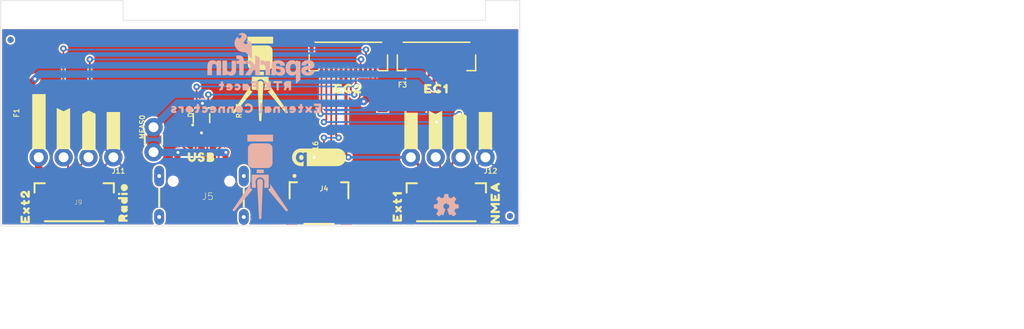
<source format=kicad_pcb>
(kicad_pcb (version 20211014) (generator pcbnew)
  (layers (0 "F.Cu" signal) (31 "B.Cu" signal) (34 "B.Paste" user) (35 "F.Paste" user) (36 "B.SilkS" user "B.Silkscreen") (37 "F.SilkS" user "F.Silkscreen") (38 "B.Mask" user) (39 "F.Mask" user) (44 "Edge.Cuts" user))
  (net 0 "")
  (net 1 "3.3V")
  (net 2 "GND")
  (net 3 "ESP_22/SCL")
  (net 4 "ESP_21/SDA")
  (net 5 "USB_DP")
  (net 6 "ZED-TXO2")
  (net 7 "ZED-RXI2")
  (net 8 "CC1")
  (net 9 "CC2")
  (net 10 "USB1_D_P")
  (net 11 "USB1_D_M")
  (net 12 "EXTERNAL_SERIAL1_RXI")
  (net 13 "EXTERNAL_SERIAL1_TXO")
  (net 14 "VIN")
  (net 15 "N$3")
  (net 16 "V_BATT")
  (net 17 "USB_DM")
  (net 18 "V_USB")
  (net 19 "VIN1")
  (footprint "eagleBoard:#GND#0" (layer "F.Cu") (at 171.5011 109.0036 90)
    (fp_text reference "U$82" hide)
    (fp_text value "" hide)
  )
  (footprint "eagleBoard:0603" (layer "F.Cu") (at 140.5011 106.5036 -90)
    (fp_text reference "R17" (at -2.54 -5.842 90) (layer "F.SilkS") (effects (font (size 0.512064 0.512064) (thickness 0.097536)) (justify right)))
    (fp_text value "5.1k")
    (pad "1" smd rect (at -0.85 0 270) (size 1.1 1) (layers "F.Cu" "F.Paste" "F.Mask") (net 2 "GND"))
    (pad "2" smd rect (at 0.85 0 270) (size 1.1 1) (layers "F.Cu" "F.Paste" "F.Mask") (net 8 "CC1"))
  )
  (footprint "eagleBoard:1X04_NO_SILK" (layer "F.Cu") (at 133.5011 109.5036 180)
    (fp_text reference "J11" (at -1.27 -1.397) (layer "F.SilkS") (effects (font (size 0.512064 0.512064) (thickness 0.097536)) (justify right)))
    (fp_text value "")
    (pad "1" thru_hole circle (at 0 0 270) (size 1.8796 1.8796) (drill 1.016) (layers *.Cu *.Mask) (net 2 "GND"))
    (pad "2" thru_hole circle (at 2.54 0 270) (size 1.8796 1.8796) (drill 1.016) (layers *.Cu *.Mask) (net 7 "ZED-RXI2"))
    (pad "3" thru_hole circle (at 5.08 0 270) (size 1.8796 1.8796) (drill 1.016) (layers *.Cu *.Mask) (net 6 "ZED-TXO2"))
    (pad "4" thru_hole circle (at 7.62 0 270) (size 1.8796 1.8796) (drill 1.016) (layers *.Cu *.Mask) (net 15 "N$3"))
  )
  (footprint "eagleBoard:RADIO3" (layer "F.Cu") (at 134.5011 114.1036 90)
    (fp_text reference "U$12" hide)
    (fp_text value "" hide)
  )
  (footprint "eagleBoard:0805" (layer "F.Cu") (at 124.5011 105.5036 90)
    (fp_text reference "F1" (at 0 -0.889 90) (layer "F.SilkS") (effects (font (size 0.512064 0.512064) (thickness 0.097536)) (justify left)))
    (fp_text value "6V 0.5A")
    (pad "1" smd rect (at -0.9 0 90) (size 0.8 1.2) (layers "F.Cu" "F.Paste" "F.Mask") (net 15 "N$3"))
    (pad "2" smd rect (at 0.9 0 90) (size 0.8 1.2) (layers "F.Cu" "F.Paste" "F.Mask") (net 16 "V_BATT"))
  )
  (footprint "eagleBoard:COMBO-JUMPER_2_NC_TRACE" (layer "F.Cu") (at 137.6011 107.7036 90)
    (fp_text reference "MEAS0" (at 0 -1.143 90) (layer "F.SilkS") (effects (font (size 0.512064 0.512064) (thickness 0.097536)) (justify left)))
    (fp_text value "")
    (fp_poly (pts (xy 0.1905 0.28575) (xy -0.70485 0.28575) (xy -0.70485 -0.28575) (xy 0.1905 -0.28575)) (layer "F.Cu") (width 0) (fill solid))
    (pad "1" smd rect (at -0.508 0 90) (size 0.635 1.27) (layers "F.Cu" "F.Mask") (net 14 "VIN"))
    (pad "2" smd rect (at 0.508 0 90) (size 0.635 1.27) (layers "F.Cu" "F.Mask") (net 19 "VIN1"))
    (pad "3" thru_hole circle (at -1.27 0 180) (size 1.8796 1.8796) (drill 1.016) (layers *.Cu *.Mask) (net 14 "VIN"))
    (pad "4" thru_hole circle (at 1.27 0 180) (size 1.8796 1.8796) (drill 1.016) (layers *.Cu *.Mask) (net 19 "VIN1"))
  )
  (footprint "eagleBoard:#RX1#2" (layer "F.Cu") (at 168.9011 109.0036 90)
    (fp_text reference "U$68" hide)
    (fp_text value "" hide)
  )
  (footprint "eagleBoard:SOT886" (layer "F.Cu") (at 142.5011 105.5036 90)
    (fp_text reference "D6" (at 0 -1.1 90) (layer "F.SilkS") (effects (font (size 0.512064 0.512064) (thickness 0.097536)) (justify left)))
    (fp_text value "PRTR5V0U2F")
    (pad "1" smd rect (at -0.405 -0.5 90) (size 0.61 0.25) (layers "F.Cu" "F.Paste" "F.Mask") (net 11 "USB1_D_M"))
    (pad "2" smd rect (at -0.43 0 90) (size 0.56 0.25) (layers "F.Cu" "F.Paste" "F.Mask") (net 2 "GND"))
    (pad "3" smd rect (at -0.43 0.5 90) (size 0.56 0.25) (layers "F.Cu" "F.Paste" "F.Mask") (net 10 "USB1_D_P"))
    (pad "4" smd rect (at 0.43 0.5 270) (size 0.56 0.25) (layers "F.Cu" "F.Paste" "F.Mask") (net 5 "USB_DP"))
    (pad "5" smd rect (at 0.43 0 270) (size 0.56 0.25) (layers "F.Cu" "F.Paste" "F.Mask") (net 19 "VIN1"))
    (pad "6" smd rect (at 0.43 -0.5 270) (size 0.56 0.25) (layers "F.Cu" "F.Paste" "F.Mask") (net 17 "USB_DM"))
  )
  (footprint "eagleBoard:#GND#0" (layer "F.Cu") (at 133.5011 109.0036 90)
    (fp_text reference "U$38" hide)
    (fp_text value "" hide)
  )
  (footprint "eagleBoard:QWIIC_5.5MM" (layer "F.Cu") (at 154.5011 109.5036)
    (fp_text reference "LOGO3" hide)
    (fp_text value "QWIIC_LOGO_CONNECTOR" hide)
  )
  (footprint "eagleBoard:JST-4-SMD-1.25MM-LOCKING" (layer "F.Cu") (at 129.5011 115.1036)
    (fp_text reference "J9" (at 0 -1) (layer "F.SilkS") (effects (font (size 0.4632 0.4632) (thickness 0.0368)) (justify left)))
    (fp_text value "")
    (pad "1" smd rect (at -1.875 -3.3 180) (size 0.6 1.7) (layers "F.Cu" "F.Paste" "F.Mask") (net 15 "N$3"))
    (pad "2" smd rect (at -0.625 -3.3 180) (size 0.6 1.7) (layers "F.Cu" "F.Paste" "F.Mask") (net 6 "ZED-TXO2"))
    (pad "3" smd rect (at 0.625 -3.3 180) (size 0.6 1.7) (layers "F.Cu" "F.Paste" "F.Mask") (net 7 "ZED-RXI2"))
    (pad "4" smd rect (at 1.875 -3.3 180) (size 0.6 1.7) (layers "F.Cu" "F.Paste" "F.Mask") (net 2 "GND"))
    (pad "NC1" smd rect (at 3.725 -0.1 270) (size 2.7 1) (layers "F.Cu" "F.Paste" "F.Mask"))
    (pad "NC2" smd rect (at -3.725 -0.1 270) (size 2.7 1) (layers "F.Cu" "F.Paste" "F.Mask"))
  )
  (footprint "eagleBoard:FPC_12_DOUBLESIDED_BACKFLIP" (layer "F.Cu") (at 166.5011 99.5036 180)
    (fp_text reference "J1" hide)
    (fp_text value "FPC_12_0.5MM_BACKFLIP" hide)
    (pad "1" smd rect (at -2.75 -1.35 180) (size 0.3 0.8) (layers "F.Cu" "F.Mask") (net 2 "GND"))
    (pad "2" smd rect (at -2.25 -1.35 180) (size 0.3 0.8) (layers "F.Cu" "F.Mask") (net 2 "GND"))
    (pad "3" smd rect (at -1.75 -1.35 180) (size 0.3 0.8) (layers "F.Cu" "F.Mask") (net 2 "GND"))
    (pad "4" smd rect (at -1.25 -1.35 180) (size 0.3 0.8) (layers "F.Cu" "F.Mask") (net 16 "V_BATT"))
    (pad "5" smd rect (at -0.75 -1.35 180) (size 0.3 0.8) (layers "F.Cu" "F.Mask") (net 16 "V_BATT"))
    (pad "6" smd rect (at -0.25 -1.35 180) (size 0.3 0.8) (layers "F.Cu" "F.Mask") (net 16 "V_BATT"))
    (pad "7" smd rect (at 0.25 -1.35 180) (size 0.3 0.8) (layers "F.Cu" "F.Mask") (net 16 "V_BATT"))
    (pad "8" smd rect (at 0.75 -1.35 180) (size 0.3 0.8) (layers "F.Cu" "F.Mask"))
    (pad "9" smd rect (at 1.25 -1.35 180) (size 0.3 0.8) (layers "F.Cu" "F.Mask") (net 18 "V_USB"))
    (pad "10" smd rect (at 1.75 -1.35 180) (size 0.3 0.8) (layers "F.Cu" "F.Mask") (net 18 "V_USB"))
    (pad "11" smd rect (at 2.25 -1.35 180) (size 0.3 0.8) (layers "F.Cu" "F.Mask") (net 18 "V_USB"))
    (pad "12" smd rect (at 2.75 -1.35 180) (size 0.3 0.8) (layers "F.Cu" "F.Mask") (net 18 "V_USB"))
    (pad "MP1" smd rect (at -3.75 1.15 180) (size 0.4 0.8) (layers "F.Cu" "F.Paste" "F.Mask"))
    (pad "MP2" smd rect (at 3.75 1.15 180) (size 0.4 0.8) (layers "F.Cu" "F.Paste" "F.Mask"))
  )
  (footprint "eagleBoard:#RX2#2" (layer "F.Cu") (at 131.0011 109.1036 90)
    (fp_text reference "U$39" hide)
    (fp_text value "" hide)
  )
  (footprint "eagleBoard:CREATIVE_COMMONS" (layer "F.Cu") (at 143.5911 126.6636)
    (fp_text reference "FRAME1" hide)
    (fp_text value "FRAME-LETTER" hide)
  )
  (footprint "eagleBoard:JST-4-SMD-1.25MM-LOCKING" (layer "F.Cu") (at 167.5011 115.1036)
    (fp_text reference "J2" (at 0 -1) (layer "F.SilkS") (effects (font (size 0.4632 0.4632) (thickness 0.0368)) (justify left)))
    (fp_text value "")
    (pad "1" smd rect (at -1.875 -3.3 180) (size 0.6 1.7) (layers "F.Cu" "F.Paste" "F.Mask") (net 1 "3.3V"))
    (pad "2" smd rect (at -0.625 -3.3 180) (size 0.6 1.7) (layers "F.Cu" "F.Paste" "F.Mask") (net 13 "EXTERNAL_SERIAL1_TXO"))
    (pad "3" smd rect (at 0.625 -3.3 180) (size 0.6 1.7) (layers "F.Cu" "F.Paste" "F.Mask") (net 12 "EXTERNAL_SERIAL1_RXI"))
    (pad "4" smd rect (at 1.875 -3.3 180) (size 0.6 1.7) (layers "F.Cu" "F.Paste" "F.Mask") (net 2 "GND"))
    (pad "NC1" smd rect (at 3.725 -0.1 270) (size 2.7 1) (layers "F.Cu" "F.Paste" "F.Mask"))
    (pad "NC2" smd rect (at -3.725 -0.1 270) (size 2.7 1) (layers "F.Cu" "F.Paste" "F.Mask"))
  )
  (footprint "eagleBoard:EC10" (layer "F.Cu") (at 166.5011 102.5036)
    (fp_text reference "U$8" hide)
    (fp_text value "" hide)
  )
  (footprint "eagleBoard:1X04_NO_SILK" (layer "F.Cu") (at 171.5011 109.5036 180)
    (fp_text reference "J12" (at -1.27 -1.397) (layer "F.SilkS") (effects (font (size 0.512064 0.512064) (thickness 0.097536)) (justify right)))
    (fp_text value "")
    (pad "1" thru_hole circle (at 0 0 270) (size 1.8796 1.8796) (drill 1.016) (layers *.Cu *.Mask) (net 2 "GND"))
    (pad "2" thru_hole circle (at 2.54 0 270) (size 1.8796 1.8796) (drill 1.016) (layers *.Cu *.Mask) (net 12 "EXTERNAL_SERIAL1_RXI"))
    (pad "3" thru_hole circle (at 5.08 0 270) (size 1.8796 1.8796) (drill 1.016) (layers *.Cu *.Mask) (net 13 "EXTERNAL_SERIAL1_TXO"))
    (pad "4" thru_hole circle (at 7.62 0 270) (size 1.8796 1.8796) (drill 1.016) (layers *.Cu *.Mask) (net 1 "3.3V"))
  )
  (footprint "eagleBoard:USB-C-16P-2LAYER-PADS" (layer "F.Cu") (at 142.5011 110.5036)
    (fp_text reference "J5" (at 0 3) (layer "F.SilkS") (effects (font (size 0.705917 0.705917) (thickness 0.056083)) (justify left)))
    (fp_text value "u-blox USB")
    (fp_poly (pts (xy 4.448715 -0.122834) (xy 4.570522 -0.07238) (xy 4.675119 0.007881) (xy 4.75538 0.112478) (xy 4.805834 0.234285) (xy 4.823 0.364672) (xy 4.823 1.465328) (xy 4.805834 1.595715) (xy 4.75538 1.717522) (xy 4.675119 1.822119) (xy 4.570522 1.90238) (xy 4.448715 1.952834) (xy 4.318 1.970043) (xy 4.187285 1.952834) (xy 4.065478 1.90238) (xy 3.960881 1.822119) (xy 3.880415 1.717255) (xy 3.813 1.465658) (xy 3.813 0.364672) (xy 3.830166 0.234285) (xy 3.88062 0.112478) (xy 3.960881 0.007881) (xy 4.065745 -0.072585) (xy 4.317667 -0.140087)) (layer "F.Cu") (width 0) (fill solid))
    (fp_poly (pts (xy 4.448715 4.307166) (xy 4.570522 4.35762) (xy 4.675119 4.437881) (xy 4.75538 4.542478) (xy 4.805834 4.664285) (xy 4.823 4.794672) (xy 4.823 5.395328) (xy 4.805834 5.525715) (xy 4.75538 5.647522) (xy 4.675119 5.752119) (xy 4.570522 5.83238) (xy 4.448715 5.882834) (xy 4.318 5.900043) (xy 4.187285 5.882834) (xy 4.065478 5.83238) (xy 3.960881 5.752119) (xy 3.880415 5.647255) (xy 3.813 5.395658) (xy 3.813 4.794672) (xy 3.830166 4.664285) (xy 3.88062 4.542478) (xy 3.960881 4.437881) (xy 4.065745 4.357415) (xy 4.317667 4.289913)) (layer "F.Cu") (width 0) (fill solid))
    (fp_poly (pts (xy -4.187285 4.307166) (xy -4.065478 4.35762) (xy -3.960881 4.437881) (xy -3.88062 4.542478) (xy -3.830166 4.664285) (xy -3.813 4.794672) (xy -3.813 5.395328) (xy -3.830166 5.525715) (xy -3.88062 5.647522) (xy -3.960881 5.752119) (xy -4.065478 5.83238) (xy -4.187285 5.882834) (xy -4.318 5.900043) (xy -4.448715 5.882834) (xy -4.570522 5.83238) (xy -4.675119 5.752119) (xy -4.755585 5.647255) (xy -4.823 5.395658) (xy -4.823 4.794672) (xy -4.805834 4.664285) (xy -4.75538 4.542478) (xy -4.675119 4.437881) (xy -4.570255 4.357415) (xy -4.318333 4.289913)) (layer "F.Cu") (width 0) (fill solid))
    (fp_poly (pts (xy -4.187285 -0.122834) (xy -4.065478 -0.07238) (xy -3.960881 0.007881) (xy -3.88062 0.112478) (xy -3.830166 0.234285) (xy -3.813 0.364672) (xy -3.813 1.465328) (xy -3.830166 1.595715) (xy -3.88062 1.717522) (xy -3.960881 1.822119) (xy -4.065478 1.90238) (xy -4.187285 1.952834) (xy -4.318 1.970043) (xy -4.448715 1.952834) (xy -4.570522 1.90238) (xy -4.675119 1.822119) (xy -4.755585 1.717255) (xy -4.823 1.465658) (xy -4.823 0.364672) (xy -4.805834 0.234285) (xy -4.75538 0.112478) (xy -4.675119 0.007881) (xy -4.570255 -0.072585) (xy -4.318333 -0.140087)) (layer "F.Cu") (width 0) (fill solid))
    (fp_poly (pts (xy -4.187285 -0.122834) (xy -4.065478 -0.07238) (xy -3.960881 0.007881) (xy -3.88062 0.112478) (xy -3.830166 0.234285) (xy -3.813 0.364672) (xy -3.813 1.465328) (xy -3.830166 1.595715) (xy -3.88062 1.717522) (xy -3.960881 1.822119) (xy -4.065478 1.90238) (xy -4.187285 1.952834) (xy -4.318333 1.970087) (xy -4.570255 1.902585) (xy -4.675119 1.822119) (xy -4.75538 1.717522) (xy -4.805834 1.595715) (xy -4.823 1.465328) (xy -4.823 0.364672) (xy -4.805834 0.234285) (xy -4.75538 0.112478) (xy -4.675119 0.007881) (xy -4.570522 -0.07238) (xy -4.448715 -0.122834) (xy -4.318 -0.140043)) (layer "B.Cu") (width 0) (fill solid))
    (fp_poly (pts (xy -4.187285 4.307166) (xy -4.065478 4.35762) (xy -3.960881 4.437881) (xy -3.88062 4.542478) (xy -3.830166 4.664285) (xy -3.813 4.794672) (xy -3.813 5.395328) (xy -3.830166 5.525715) (xy -3.88062 5.647522) (xy -3.960881 5.752119) (xy -4.065478 5.83238) (xy -4.187285 5.882834) (xy -4.318333 5.900087) (xy -4.570255 5.832585) (xy -4.675119 5.752119) (xy -4.75538 5.647522) (xy -4.805834 5.525715) (xy -4.823 5.395328) (xy -4.823 4.794672) (xy -4.805834 4.664285) (xy -4.75538 4.542478) (xy -4.675119 4.437881) (xy -4.570522 4.35762) (xy -4.448715 4.307166) (xy -4.318 4.289957)) (layer "B.Cu") (width 0) (fill solid))
    (fp_poly (pts (xy 4.448715 -0.122834) (xy 4.570522 -0.07238) (xy 4.675119 0.007881) (xy 4.75538 0.112478) (xy 4.805834 0.234285) (xy 4.823 0.364672) (xy 4.823 1.465328) (xy 4.805834 1.595715) (xy 4.75538 1.717522) (xy 4.675119 1.822119) (xy 4.570522 1.90238) (xy 4.448715 1.952834) (xy 4.317667 1.970087) (xy 4.065745 1.902585) (xy 3.960881 1.822119) (xy 3.88062 1.717522) (xy 3.830166 1.595715) (xy 3.813 1.465328) (xy 3.813 0.364672) (xy 3.830166 0.234285) (xy 3.88062 0.112478) (xy 3.960881 0.007881) (xy 4.065478 -0.07238) (xy 4.187285 -0.122834) (xy 4.318 -0.140043)) (layer "B.Cu") (width 0) (fill solid))
    (fp_poly (pts (xy 4.448715 4.307166) (xy 4.570522 4.35762) (xy 4.675119 4.437881) (xy 4.75538 4.542478) (xy 4.805834 4.664285) (xy 4.823 4.794672) (xy 4.823 5.395328) (xy 4.805834 5.525715) (xy 4.75538 5.647522) (xy 4.675119 5.752119) (xy 4.570522 5.83238) (xy 4.448715 5.882834) (xy 4.317667 5.900087) (xy 4.065745 5.832585) (xy 3.960881 5.752119) (xy 3.88062 5.647522) (xy 3.830166 5.525715) (xy 3.813 5.395328) (xy 3.813 4.794672) (xy 3.830166 4.664285) (xy 3.88062 4.542478) (xy 3.960881 4.437881) (xy 4.065478 4.35762) (xy 4.187285 4.307166) (xy 4.318 4.289957)) (layer "B.Cu") (width 0) (fill solid))
    (pad "" np_thru_hole circle (at 2.89 1.445) (size 0.65 0.65) (drill 0.65) (layers *.Cu *.Mask))
    (pad "" np_thru_hole circle (at -2.89 1.445) (size 0.65 0.65) (drill 0.65) (layers *.Cu *.Mask))
    (pad "A5" smd rect (at -1.25 0.34 180) (size 0.3 1) (layers "F.Cu" "F.Paste" "F.Mask") (net 8 "CC1"))
    (pad "A6" smd rect (at -0.25 0.34 180) (size 0.3 1) (layers "F.Cu" "F.Paste" "F.Mask") (net 10 "USB1_D_P"))
    (pad "A7" smd rect (at 0.25 0.34) (size 0.3 1) (layers "F.Cu" "F.Paste" "F.Mask") (net 11 "USB1_D_M"))
    (pad "A8" smd rect (at 1.25 0.34) (size 0.3 1) (layers "F.Cu" "F.Paste" "F.Mask"))
    (pad "B5" smd rect (at 1.75 0.34) (size 0.3 1) (layers "F.Cu" "F.Paste" "F.Mask") (net 9 "CC2"))
    (pad "B6" smd rect (at 0.75 0.34) (size 0.3 1) (layers "F.Cu" "F.Paste" "F.Mask") (net 10 "USB1_D_P"))
    (pad "B7" smd rect (at -0.75 0.34 180) (size 0.3 1) (layers "F.Cu" "F.Paste" "F.Mask") (net 11 "USB1_D_M"))
    (pad "B8" smd rect (at -1.75 0.34 180) (size 0.3 1) (layers "F.Cu" "F.Paste" "F.Mask"))
    (pad "GND" smd rect (at -3.225 0.34 180) (size 0.6 1) (layers "F.Cu" "F.Paste" "F.Mask") (net 2 "GND"))
    (pad "GND2" smd rect (at 3.225 0.34) (size 0.6 1) (layers "F.Cu" "F.Paste" "F.Mask") (net 2 "GND"))
    (pad "SHLD1" thru_hole oval (at -4.318 0.915 90) (size 1.2 0.6) (drill 0.4) (layers *.Cu) (net 2 "GND"))
    (pad "SHLD2" thru_hole oval (at 4.318 0.915 90) (size 1.2 0.6) (drill 0.4) (layers *.Cu) (net 2 "GND"))
    (pad "SHLD3" thru_hole oval (at -4.318 5.095 90) (size 1.2 0.6) (drill 0.4) (layers *.Cu) (net 2 "GND"))
    (pad "SHLD4" thru_hole oval (at 4.318 5.095 90) (size 1.2 0.6) (drill 0.4) (layers *.Cu) (net 2 "GND"))
    (pad "VBUS1" smd rect (at -2.45 0.34 180) (size 0.6 1) (layers "F.Cu" "F.Paste" "F.Mask") (net 14 "VIN"))
    (pad "VBUS2" smd rect (at 2.45 0.34) (size 0.6 1) (layers "F.Cu" "F.Paste" "F.Mask") (net 14 "VIN"))
  )
  (footprint "eagleBoard:EC21" (layer "F.Cu") (at 157.5011 102.5036)
    (fp_text reference "U$11" hide)
    (fp_text value "" hide)
  )
  (footprint "eagleBoard:FIDUCIAL-MICRO" (layer "F.Cu") (at 174.0011 115.5036)
    (fp_text reference "JP21" hide)
    (fp_text value "FIDUCIALUFIDUCIAL" hide)
    (pad "1" smd roundrect (at 0 0) (size 0.635 0.635) (layers "F.Cu" "F.Mask") (roundrect_rratio 0.5))
  )
  (footprint "eagleBoard:#3#5#5V#0" (layer "F.Cu") (at 125.9011 109.0036 90)
    (fp_text reference "U$23" hide)
    (fp_text value "" hide)
  )
  (footprint "eagleBoard:#TX2#1" (layer "F.Cu") (at 128.4011 109.0036 90)
    (fp_text reference "U$40" hide)
    (fp_text value "" hide)
  )
  (footprint "eagleBoard:0603" (layer "F.Cu") (at 144.5011 106.5036 -90)
    (fp_text reference "R16" (at 1.27 -9.652 90) (layer "F.SilkS") (effects (font (size 0.512064 0.512064) (thickness 0.097536)) (justify right)))
    (fp_text value "5.1k")
    (pad "1" smd rect (at -0.85 0 270) (size 1.1 1) (layers "F.Cu" "F.Paste" "F.Mask") (net 2 "GND"))
    (pad "2" smd rect (at 0.85 0 270) (size 1.1 1) (layers "F.Cu" "F.Paste" "F.Mask") (net 9 "CC2"))
  )
  (footprint "eagleBoard:#3V3#0" (layer "F.Cu") (at 163.9011 109.0036 90)
    (fp_text reference "U$5" hide)
    (fp_text value "" hide)
  )
  (footprint "eagleBoard:RTK5#SVG0" (layer "F.Cu") (at 148.5011 101.5036)
    (fp_text reference "U$3" hide)
    (fp_text value "" hide)
  )
  (footprint "eagleBoard:FPC_12_DOUBLESIDED_BACKFLIP" (layer "F.Cu") (at 157.5011 99.5036 180)
    (fp_text reference "J6" hide)
    (fp_text value "FPC_12_0.5MM_BACKFLIP" hide)
    (pad "1" smd rect (at -2.75 -1.35 180) (size 0.3 0.8) (layers "F.Cu" "F.Mask") (net 2 "GND"))
    (pad "2" smd rect (at -2.25 -1.35 180) (size 0.3 0.8) (layers "F.Cu" "F.Mask") (net 2 "GND"))
    (pad "3" smd rect (at -1.75 -1.35 180) (size 0.3 0.8) (layers "F.Cu" "F.Mask") (net 6 "ZED-TXO2"))
    (pad "4" smd rect (at -1.25 -1.35 180) (size 0.3 0.8) (layers "F.Cu" "F.Mask") (net 7 "ZED-RXI2"))
    (pad "5" smd rect (at -0.75 -1.35 180) (size 0.3 0.8) (layers "F.Cu" "F.Mask") (net 17 "USB_DM"))
    (pad "6" smd rect (at -0.25 -1.35 180) (size 0.3 0.8) (layers "F.Cu" "F.Mask") (net 5 "USB_DP"))
    (pad "7" smd rect (at 0.25 -1.35 180) (size 0.3 0.8) (layers "F.Cu" "F.Mask") (net 1 "3.3V"))
    (pad "8" smd rect (at 0.75 -1.35 180) (size 0.3 0.8) (layers "F.Cu" "F.Mask") (net 1 "3.3V"))
    (pad "9" smd rect (at 1.25 -1.35 180) (size 0.3 0.8) (layers "F.Cu" "F.Mask") (net 4 "ESP_21/SDA"))
    (pad "10" smd rect (at 1.75 -1.35 180) (size 0.3 0.8) (layers "F.Cu" "F.Mask") (net 3 "ESP_22/SCL"))
    (pad "11" smd rect (at 2.25 -1.35 180) (size 0.3 0.8) (layers "F.Cu" "F.Mask") (net 13 "EXTERNAL_SERIAL1_TXO"))
    (pad "12" smd rect (at 2.75 -1.35 180) (size 0.3 0.8) (layers "F.Cu" "F.Mask") (net 12 "EXTERNAL_SERIAL1_RXI"))
    (pad "MP1" smd rect (at -3.75 1.15 180) (size 0.4 0.8) (layers "F.Cu" "F.Paste" "F.Mask"))
    (pad "MP2" smd rect (at 3.75 1.15 180) (size 0.4 0.8) (layers "F.Cu" "F.Paste" "F.Mask"))
  )
  (footprint "eagleBoard:JST04_1MM_RA" (layer "F.Cu") (at 154.5011 111.7036)
    (fp_text reference "J4" (at 0 1) (layer "F.SilkS") (effects (font (size 0.512064 0.512064) (thickness 0.097536)) (justify left)))
    (fp_text value "Qwiic Right Angle" hide)
    (pad "1" smd rect (at -1.5 0) (size 0.6 1.35) (layers "F.Cu" "F.Paste" "F.Mask") (net 2 "GND"))
    (pad "2" smd rect (at -0.5 0) (size 0.6 1.35) (layers "F.Cu" "F.Paste" "F.Mask") (net 1 "3.3V"))
    (pad "3" smd rect (at 0.5 0) (size 0.6 1.35) (layers "F.Cu" "F.Paste" "F.Mask") (net 4 "ESP_21/SDA"))
    (pad "4" smd rect (at 1.5 0) (size 0.6 1.35) (layers "F.Cu" "F.Paste" "F.Mask") (net 3 "ESP_22/SCL"))
    (pad "NC1" smd rect (at 2.8 3.675) (size 1.2 2) (layers "F.Cu" "F.Paste" "F.Mask"))
    (pad "NC2" smd rect (at -2.8 3.675) (size 1.2 2) (layers "F.Cu" "F.Paste" "F.Mask"))
  )
  (footprint "eagleBoard:#TX1#1" (layer "F.Cu") (at 166.4011 109.0036 90)
    (fp_text reference "U$65" hide)
    (fp_text value "" hide)
  )
  (footprint "eagleBoard:EXT10" (layer "F.Cu") (at 162.5011 114.5036 90)
    (fp_text reference "U$4" hide)
    (fp_text value "" hide)
  )
  (footprint "eagleBoard:USB0" (layer "F.Cu") (at 142.5011 109.5036)
    (fp_text reference "U$1" hide)
    (fp_text value "" hide)
  )
  (footprint "eagleBoard:EXT22" (layer "F.Cu") (at 124.5011 114.5036 90)
    (fp_text reference "U$6" hide)
    (fp_text value "" hide)
  )
  (footprint "eagleBoard:1210" (layer "F.Cu") (at 162.5011 103.5036)
    (fp_text reference "F3" (at 0 -1.397) (layer "F.SilkS") (effects (font (size 0.512064 0.512064) (thickness 0.097536)) (justify left)))
    (fp_text value "6V/2A")
    (pad "1" smd rect (at -1.5 0) (size 1 2.8) (layers "F.Cu" "F.Paste" "F.Mask") (net 19 "VIN1"))
    (pad "2" smd rect (at 1.5 0) (size 1 2.8) (layers "F.Cu" "F.Paste" "F.Mask") (net 18 "V_USB"))
  )
  (footprint "eagleBoard:NMEA1" (layer "F.Cu") (at 172.5011 114.1036 90)
    (fp_text reference "U$7" hide)
    (fp_text value "" hide)
  )
  (footprint "eagleBoard:FIDUCIAL-MICRO" (layer "F.Cu") (at 123.0011 97.5036)
    (fp_text reference "JP61" hide)
    (fp_text value "FIDUCIALUFIDUCIAL" hide)
    (pad "1" smd roundrect (at 0 0) (size 0.635 0.635) (layers "F.Cu" "F.Mask") (roundrect_rratio 0.5))
  )
  (footprint "eagleBoard:SFE_LOGO_NAME_FLAME_.1" (layer "B.Cu") (at 148.5011 100.5036 180)
    (fp_text reference "LOGO2" hide)
    (fp_text value "SFE_LOGO_NAME_FLAME.1_INCH" hide)
  )
  (footprint "eagleBoard:CONNECTORS1" (layer "B.Cu") (at 143.5011 104.5036 180)
    (fp_text reference "U$2" hide)
    (fp_text value "" hide)
  )
  (footprint "eagleBoard:RTK_FACET0" (layer "B.Cu") (at 147.9011 102.2036 180)
    (fp_text reference "U$14" hide)
    (fp_text value "" hide)
  )
  (footprint "eagleBoard:OSHW-LOGO-MINI" (layer "B.Cu") (at 167.5011 114.5036 180)
    (fp_text reference "LOGO1" hide)
    (fp_text value "OSHW-LOGOMINI" hide)
  )
  (footprint "eagleBoard:EXTERNAL0" (layer "B.Cu") (at 151.5011 104.5036 180)
    (fp_text reference "U$9" hide)
    (fp_text value "" hide)
  )
  (footprint "eagleBoard:FIDUCIAL-MICRO" (layer "B.Cu") (at 174.0011 115.5036 180)
    (fp_text reference "JP71" hide)
    (fp_text value "FIDUCIALUFIDUCIAL" hide)
    (pad "1" smd roundrect (at 0 0 180) (size 0.635 0.635) (layers "B.Cu" "B.Mask") (roundrect_rratio 0.5))
  )
  (footprint "eagleBoard:RTK5#SVG0" (layer "B.Cu") (at 148.5011 111.5036 180)
    (fp_text reference "U$13" hide)
    (fp_text value "" hide)
  )
  (footprint "eagleBoard:FIDUCIAL-MICRO" (layer "B.Cu") (at 123.0011 97.5036 180)
    (fp_text reference "JP81" hide)
    (fp_text value "FIDUCIALUFIDUCIAL" hide)
    (pad "1" smd roundrect (at 0 0 180) (size 0.635 0.635) (layers "B.Cu" "B.Mask") (roundrect_rratio 0.5))
  )
  (gr_line (start 171.5011 95.5036) (end 134.5011 95.5036) (layer "Edge.Cuts") (width 0.05))
  (gr_line (start 134.5011 95.5036) (end 134.5011 93.5036) (layer "Edge.Cuts") (width 0.05))
  (gr_line (start 134.5011 93.5036) (end 122.0011 93.5036) (layer "Edge.Cuts") (width 0.05))
  (gr_line (start 175.0011 93.5036) (end 171.5011 93.5036) (layer "Edge.Cuts") (width 0.05))
  (gr_line (start 122.0011 116.5036) (end 122.0011 93.5036) (layer "Edge.Cuts") (width 0.05))
  (gr_line (start 171.5011 93.5036) (end 171.5011 95.5036) (layer "Edge.Cuts") (width 0.05))
  (gr_line (start 175.0011 93.5036) (end 175.0011 116.5036) (layer "Edge.Cuts") (width 0.05))
  (gr_line (start 175.0011 116.5036) (end 122.0011 116.5036) (layer "Edge.Cuts") (width 0.05))
  (gr_text "v12" (at 125.5011 98.7736) (layer "F.Cu") (effects (font (size 1.0795 1.0795) (thickness 0.1905))))
  (segment (start 157.2511 102.1036) (end 157.2511 109.2536) (width 0.3048) (layer "F.Cu") (net 1))
  (segment (start 165.6261 111.2486) (end 163.8811 109.5036) (width 0.3048) (layer "F.Cu") (net 1))
  (segment (start 156.7511 100.8536) (end 156.7511 101.9036) (width 0.3048) (layer "F.Cu") (net 1))
  (segment (start 154.0011 111.7036) (end 154.0011 109.5036) (width 0.3048) (layer "F.Cu") (net 1))
  (segment (start 157.2511 109.2536) (end 157.5011 109.5036) (width 0.3048) (layer "F.Cu") (net 1))
  (segment (start 165.6261 111.8036) (end 165.6261 111.2486) (width 0.3048) (layer "F.Cu") (net 1))
  (segment (start 156.9511 102.1036) (end 157.2511 102.1036) (width 0.3048) (layer "F.Cu") (net 1))
  (segment (start 157.2511 100.8536) (end 157.2511 102.1036) (width 0.3048) (layer "F.Cu") (net 1))
  (segment (start 156.7511 101.9036) (end 156.9511 102.1036) (width 0.3048) (layer "F.Cu") (net 1))
  (via (at 157.5011 109.5036) (size 0.6556) (drill 0.3) (layers "F.Cu" "B.Cu") (net 1))
  (via (at 154.0011 109.5036) (size 0.6556) (drill 0.3) (layers "F.Cu" "B.Cu") (net 1))
  (segment (start 163.8811 109.5036) (end 157.5011 109.5036) (width 0.3048) (layer "B.Cu") (net 1))
  (segment (start 154.0011 109.5036) (end 157.5011 109.5036) (width 0.3048) (layer "B.Cu") (net 1))
  (via (at 142.5011 107.0036) (size 0.6556) (drill 0.3) (layers "F.Cu" "B.Cu") (net 2))
  (segment (start 156.0011 109.9036) (end 156.0011 111.7036) (width 0.1778) (layer "F.Cu") (net 3))
  (segment (start 155.7511 100.8536) (end 155.7511 109.6536) (width 0.1778) (layer "F.Cu") (net 3))
  (segment (start 155.7511 109.6536) (end 156.0011 109.9036) (width 0.1778) (layer "F.Cu") (net 3))
  (segment (start 156.2511 107.2536) (end 156.5011 107.5036) (width 0.1778) (layer "F.Cu") (net 4))
  (segment (start 155.0011 111.7036) (end 155.0011 107.5036) (width 0.1778) (layer "F.Cu") (net 4))
  (segment (start 156.2511 100.8536) (end 156.2511 107.2536) (width 0.1778) (layer "F.Cu") (net 4))
  (via (at 155.0011 107.5036) (size 0.6556) (drill 0.3) (layers "F.Cu" "B.Cu") (net 4))
  (via (at 156.5011 107.5036) (size 0.6556) (drill 0.3) (layers "F.Cu" "B.Cu") (net 4))
  (segment (start 155.0011 107.5036) (end 156.5011 107.5036) (width 0.1778) (layer "B.Cu") (net 4))
  (segment (start 157.7511 102.7536) (end 157.7511 100.8536) (width 0.1778) (layer "F.Cu") (net 5))
  (segment (start 143.1901 104.23645) (end 143.1901 103.1146) (width 0.1778) (layer "F.Cu") (net 5))
  (segment (start 158.1011 103.1036) (end 157.7511 102.7536) (width 0.1778) (layer "F.Cu") (net 5))
  (segment (start 143.0011 104.42545) (end 143.1901 104.23645) (width 0.1778) (layer "F.Cu") (net 5))
  (segment (start 143.1901 103.1146) (end 143.2011 103.1036) (width 0.1778) (layer "F.Cu") (net 5))
  (segment (start 143.0011 105.0736) (end 143.0011 104.42545) (width 0.1778) (layer "F.Cu") (net 5))
  (via (at 143.2011 103.1036) (size 0.6556) (drill 0.3) (layers "F.Cu" "B.Cu") (net 5))
  (via (at 158.1011 103.1036) (size 0.6556) (drill 0.3) (layers "F.Cu" "B.Cu") (net 5))
  (segment (start 143.2011 103.1036) (end 158.1011 103.1036) (width 0.1778) (layer "B.Cu") (net 5))
  (segment (start 128.8761 109.9586) (end 128.4211 109.5036) (width 0.1778) (layer "F.Cu") (net 6))
  (segment (start 159.2511 99.89435) (end 159.3956 99.74985) (width 0.1778) (layer "F.Cu") (net 6))
  (segment (start 159.3956 99.25735) (end 159.3011 99.16285) (width 0.1778) (layer "F.Cu") (net 6))
  (segment (start 128.4011 98.4036) (end 128.4011 109.4836) (width 0.1778) (layer "F.Cu") (net 6))
  (segment (start 159.2511 100.8536) (end 159.2511 99.89435) (width 0.1778) (layer "F.Cu") (net 6))
  (segment (start 159.3011 99.16285) (end 159.3011 98.5036) (width 0.1778) (layer "F.Cu") (net 6))
  (segment (start 159.3956 99.74985) (end 159.3956 99.25735) (width 0.1778) (layer "F.Cu") (net 6))
  (segment (start 128.8761 111.8036) (end 128.8761 109.9586) (width 0.1778) (layer "F.Cu") (net 6))
  (segment (start 128.4011 109.4836) (end 128.4211 109.5036) (width 0.1778) (layer "F.Cu") (net 6))
  (via (at 128.4011 98.4036) (size 0.6556) (drill 0.3) (layers "F.Cu" "B.Cu") (net 6))
  (via (at 159.3011 98.5036) (size 0.6556) (drill 0.3) (layers "F.Cu" "B.Cu") (net 6))
  (segment (start 159.3011 98.5036) (end 128.5011 98.5036) (width 0.1778) (layer "B.Cu") (net 6))
  (segment (start 128.5011 98.5036) (end 128.4011 98.4036) (width 0.1778) (layer "B.Cu") (net 6))
  (segment (start 131.1011 99.5036) (end 131.1011 109.3636) (width 0.1778) (layer "F.Cu") (net 7))
  (segment (start 130.1261 111.8036) (end 130.1261 110.3386) (width 0.1778) (layer "F.Cu") (net 7))
  (segment (start 158.7511 99.5536) (end 158.8011 99.5036) (width 0.1778) (layer "F.Cu") (net 7))
  (segment (start 131.1011 109.3636) (end 130.9611 109.5036) (width 0.1778) (layer "F.Cu") (net 7))
  (segment (start 130.1261 110.3386) (end 130.9611 109.5036) (width 0.1778) (layer "F.Cu") (net 7))
  (segment (start 158.7511 100.8536) (end 158.7511 99.5536) (width 0.1778) (layer "F.Cu") (net 7))
  (via (at 131.1011 99.5036) (size 0.6556) (drill 0.3) (layers "F.Cu" "B.Cu") (net 7))
  (via (at 158.8011 99.5036) (size 0.6556) (drill 0.3) (layers "F.Cu" "B.Cu") (net 7))
  (segment (start 158.8011 99.5036) (end 131.1011 99.5036) (width 0.1778) (layer "B.Cu") (net 7))
  (segment (start 141.2511 109.0536) (end 140.5011 108.3036) (width 0.1778) (layer "F.Cu") (net 8))
  (segment (start 140.5011 108.3036) (end 140.5011 107.3536) (width 0.1778) (layer "F.Cu") (net 8))
  (segment (start 141.2511 110.8436) (end 141.2511 109.0536) (width 0.1778) (layer "F.Cu") (net 8))
  (segment (start 144.2511 110.8436) (end 144.2511 108.6536) (width 0.1778) (layer "F.Cu") (net 9))
  (segment (start 144.5011 108.4036) (end 144.5011 107.3536) (width 0.1778) (layer "F.Cu") (net 9))
  (segment (start 144.2511 108.6536) (end 144.5011 108.4036) (width 0.1778) (layer "F.Cu") (net 9))
  (segment (start 142.2511 110.8436) (end 142.2511 109.7036) (width 0.1778) (layer "F.Cu") (net 10))
  (segment (start 142.4511 109.5036) (end 143.0511 109.5036) (width 0.1778) (layer "F.Cu") (net 10))
  (segment (start 143.0011 106.66285) (end 143.0956 106.75735) (width 0.1778) (layer "F.Cu") (net 10))
  (segment (start 142.2511 109.7036) (end 142.4511 109.5036) (width 0.1778) (layer "F.Cu") (net 10))
  (segment (start 143.0956 109.5481) (end 143.2511 109.7036) (width 0.1778) (layer "F.Cu") (net 10))
  (segment (start 143.0011 105.9336) (end 143.0011 106.66285) (width 0.1778) (layer "F.Cu") (net 10))
  (segment (start 143.0956 106.75735) (end 143.0956 109.5481) (width 0.1778) (layer "F.Cu") (net 10))
  (segment (start 143.0511 109.5036) (end 143.0956 109.5481) (width 0.1778) (layer "F.Cu") (net 10))
  (segment (start 143.2511 110.8436) (end 143.2511 109.7036) (width 0.1778) (layer "F.Cu") (net 10))
  (segment (start 142.7511 110.8436) (end 142.7511 111.7536) (width 0.1778) (layer "F.Cu") (net 11))
  (segment (start 141.9011 111.8036) (end 141.7511 111.6536) (width 0.1778) (layer "F.Cu") (net 11))
  (segment (start 141.9066 109.1981) (end 141.7511 109.3536) (width 0.1778) (layer "F.Cu") (net 11))
  (segment (start 142.7511 111.7536) (end 142.7011 111.8036) (width 0.1778) (layer "F.Cu") (net 11))
  (segment (start 142.7011 111.8036) (end 141.9011 111.8036) (width 0.1778) (layer "F.Cu") (net 11))
  (segment (start 141.7511 110.8436) (end 141.7511 109.3536) (width 0.1778) (layer "F.Cu") (net 11))
  (segment (start 142.0011 105.9086) (end 142.0011 106.66285) (width 0.1778) (layer "F.Cu") (net 11))
  (segment (start 142.0011 106.66285) (end 141.9066 106.75735) (width 0.1778) (layer "F.Cu") (net 11))
  (segment (start 141.9066 106.75735) (end 141.9066 109.1981) (width 0.1778) (layer "F.Cu") (net 11))
  (segment (start 141.7511 111.6536) (end 141.7511 110.8436) (width 0.1778) (layer "F.Cu") (net 11))
  (segment (start 168.8311 109.3736) (end 168.9611 109.5036) (width 0.1778) (layer "F.Cu") (net 12))
  (segment (start 154.7511 100.8536) (end 154.7511 104.9757) (width 0.1778) (layer "F.Cu") (net 12))
  (segment (start 168.8011 105.1036) (end 168.8011 109.3436) (width 0.1778) (layer "F.Cu") (net 12))
  (segment (start 168.1261 111.8036) (end 168.1261 110.0786) (width 0.1778) (layer "F.Cu") (net 12))
  (segment (start 168.1261 110.0786) (end 168.8311 109.3736) (width 0.1778) (layer "F.Cu") (net 12))
  (segment (start 168.8011 109.3436) (end 168.8311 109.3736) (width 0.1778) (layer "F.Cu") (net 12))
  (segment (start 154.7511 104.9757) (end 154.6566 105.0702) (width 0.1778) (layer "F.Cu") (net 12))
  (via (at 168.8011 105.1036) (size 0.6556) (drill 0.3) (layers "F.Cu" "B.Cu") (net 12))
  (via (at 154.6566 105.0702) (size 0.6556) (drill 0.3) (layers "F.Cu" "B.Cu") (net 12))
  (segment (start 154.6566 105.0702) (end 168.7677 105.0702) (width 0.1778) (layer "B.Cu") (net 12))
  (segment (start 168.7677 105.0702) (end 168.8011 105.1036) (width 0.1778) (layer "B.Cu") (net 12))
  (segment (start 155.2511 105.6536) (end 155.0011 105.9036) (width 0.1778) (layer "F.Cu") (net 13))
  (segment (start 166.5011 105.9036) (end 166.5011 109.4236) (width 0.1778) (layer "F.Cu") (net 13))
  (segment (start 166.5011 109.4236) (end 166.4211 109.5036) (width 0.1778) (layer "F.Cu") (net 13))
  (segment (start 155.2511 100.8536) (end 155.2511 105.6536) (width 0.1778) (layer "F.Cu") (net 13))
  (segment (start 166.8761 111.8036) (end 166.8761 109.9586) (width 0.1778) (layer "F.Cu") (net 13))
  (segment (start 166.8761 109.9586) (end 166.4211 109.5036) (width 0.1778) (layer "F.Cu") (net 13))
  (via (at 155.0011 105.9036) (size 0.6556) (drill 0.3) (layers "F.Cu" "B.Cu") (net 13))
  (via (at 166.5011 105.9036) (size 0.6556) (drill 0.3) (layers "F.Cu" "B.Cu") (net 13))
  (segment (start 155.0011 105.9036) (end 166.5011 105.9036) (width 0.1778) (layer "B.Cu") (net 13))
  (segment (start 137.6011 108.2116) (end 137.6011 108.9736) (width 0.3048) (layer "F.Cu") (net 14))
  (segment (start 144.9511 110.8436) (end 144.9511 109.0536) (width 0.6096) (layer "F.Cu") (net 14))
  (segment (start 144.9511 109.0536) (end 145.0011 109.0036) (width 0.5588) (layer "F.Cu") (net 14))
  (segment (start 140.0511 110.8436) (end 140.0511 109.0536) (width 0.6096) (layer "F.Cu") (net 14))
  (segment (start 140.0511 109.0536) (end 140.1011 109.0036) (width 0.5588) (layer "F.Cu") (net 14))
  (via (at 145.0011 109.0036) (size 0.6556) (drill 0.3) (layers "F.Cu" "B.Cu") (net 14))
  (via (at 140.1011 109.0036) (size 0.6556) (drill 0.3) (layers "F.Cu" "B.Cu") (net 14))
  (segment (start 137.6311 109.0036) (end 137.6011 108.9736) (width 0.5588) (layer "B.Cu") (net 14))
  (segment (start 145.0011 109.0036) (end 140.1011 109.0036) (width 0.762) (layer "B.Cu") (net 14))
  (segment (start 140.1011 109.0036) (end 137.6311 109.0036) (width 0.762) (layer "B.Cu") (net 14))
  (segment (start 125.8811 111.0836) (end 125.8811 109.5036) (width 0.762) (layer "F.Cu") (net 15))
  (segment (start 125.8811 107.7836) (end 125.8811 109.5036) (width 0.762) (layer "F.Cu") (net 15))
  (segment (start 125.8811 107.7836) (end 124.5011 106.4036) (width 0.762) (layer "F.Cu") (net 15))
  (segment (start 127.6261 111.8036) (end 126.6011 111.8036) (width 0.762) (layer "F.Cu") (net 15))
  (segment (start 126.6011 111.8036) (end 125.8811 111.0836) (width 0.762) (layer "F.Cu") (net 15))
  (segment (start 166.2511 102.3536) (end 166.3011 102.4036) (width 0.3048) (layer "F.Cu") (net 16))
  (segment (start 167.6011 102.4036) (end 167.3011 102.4036) (width 0.3048) (layer "F.Cu") (net 16))
  (segment (start 124.5011 102.5036) (end 124.5011 104.6036) (width 0.762) (layer "F.Cu") (net 16))
  (segment (start 125.5011 101.5036) (end 124.5011 102.5036) (width 0.762) (layer "F.Cu") (net 16))
  (segment (start 166.7511 100.8536) (end 166.7511 102.3536) (width 0.3048) (layer "F.Cu") (net 16))
  (segment (start 167.7511 100.8536) (end 167.7511 102.2536) (width 0.3048) (layer "F.Cu") (net 16))
  (segment (start 167.3011 102.4036) (end 166.8011 102.4036) (width 0.3048) (layer "F.Cu") (net 16))
  (segment (start 166.7511 102.3536) (end 166.8011 102.4036) (width 0.3048) (layer "F.Cu") (net 16))
  (segment (start 166.2511 100.8536) (end 166.2511 102.3536) (width 0.3048) (layer "F.Cu") (net 16))
  (segment (start 167.2511 102.3536) (end 167.3011 102.4036) (width 0.3048) (layer "F.Cu") (net 16))
  (segment (start 167.7511 102.2536) (end 167.6011 102.4036) (width 0.3048) (layer "F.Cu") (net 16))
  (segment (start 167.2511 100.8536) (end 167.2511 102.3536) (width 0.3048) (layer "F.Cu") (net 16))
  (segment (start 166.8011 102.4036) (end 166.3011 102.4036) (width 0.3048) (layer "F.Cu") (net 16))
  (via (at 166.3011 102.4036) (size 0.6556) (drill 0.3) (layers "F.Cu" "B.Cu") (net 16))
  (via (at 125.5011 101.5036) (size 0.6556) (drill 0.3) (layers "F.Cu" "B.Cu") (net 16))
  (segment (start 166.3011 102.4036) (end 164.9011 101.0036) (width 0.762) (layer "B.Cu") (net 16))
  (segment (start 164.9011 101.0036) (end 126.0011 101.0036) (width 0.762) (layer "B.Cu") (net 16))
  (segment (start 126.0011 101.0036) (end 125.5011 101.5036) (width 0.762) (layer "B.Cu") (net 16))
  (segment (start 142.0011 102.3036) (end 142.0011 105.0736) (width 0.1778) (layer "F.Cu") (net 17))
  (segment (start 158.2511 100.8536) (end 158.2511 102.1757) (width 0.1778) (layer "F.Cu") (net 17))
  (segment (start 158.2511 102.1757) (end 158.3456 102.2702) (width 0.1778) (layer "F.Cu") (net 17))
  (via (at 142.0011 102.3036) (size 0.6556) (drill 0.3) (layers "F.Cu" "B.Cu") (net 17))
  (via (at 158.3456 102.2702) (size 0.6556) (drill 0.3) (layers "F.Cu" "B.Cu") (net 17))
  (segment (start 158.3456 102.2702) (end 142.0345 102.2702) (width 0.1778) (layer "B.Cu") (net 17))
  (segment (start 142.0345 102.2702) (end 142.0011 102.3036) (width 0.1778) (layer "B.Cu") (net 17))
  (segment (start 142.5956 103.9902) (end 142.5011 104.0847) (width 0.3048) (layer "F.Cu") (net 19))
  (segment (start 159.3611 103.5036) (end 159.0611 103.8036) (width 0.762) (layer "F.Cu") (net 19))
  (segment (start 161.0011 103.5036) (end 159.3611 103.5036) (width 0.762) (layer "F.Cu") (net 19))
  (segment (start 142.5011 104.0847) (end 142.5011 105.0736) (width 0.3048) (layer "F.Cu") (net 19))
  (segment (start 137.6011 107.1956) (end 137.6011 106.4336) (width 0.3048) (layer "F.Cu") (net 19))
  (via (at 142.5956 103.9902) (size 0.6556) (drill 0.3) (layers "F.Cu" "B.Cu") (net 19))
  (via (at 159.0611 103.8036) (size 0.6556) (drill 0.3) (layers "F.Cu" "B.Cu") (net 19))
  (segment (start 158.654943 103.8036) (end 158.468343 103.9902) (width 0.762) (layer "B.Cu") (net 19))
  (segment (start 140.0445 103.9902) (end 137.6011 106.4336) (width 0.762) (layer "B.Cu") (net 19))
  (segment (start 158.468343 103.9902) (end 142.5956 103.9902) (width 0.762) (layer "B.Cu") (net 19))
  (segment (start 159.0611 103.8036) (end 158.654943 103.8036) (width 0.762) (layer "B.Cu") (net 19))
  (segment (start 142.5956 103.9902) (end 140.0445 103.9902) (width 0.762) (layer "B.Cu") (net 19))
  (zone (net 2) (net_name "GND") (layer "F.Cu") (priority 2) (connect_pads (clearance 0.1524)) (min_thickness 0.0762) (fill yes (thermal_gap 0.2024) (thermal_bridge_width 0.2024))
    (polygon (pts (xy 175.0773 116.5798) (xy 121.9249 116.5798) (xy 121.9249 96.4274) (xy 175.0773 96.4274)))
  )
  (zone (net 18) (net_name "V_USB") (layer "F.Cu") (priority 6) (connect_pads yes (clearance 0.1524)) (min_thickness 0.0762) (fill yes (thermal_gap 0.508) (thermal_bridge_width 0.508))
    (polygon (pts (xy 165.3773 104.9798) (xy 163.4249 104.9798) (xy 163.4249 100.4274) (xy 165.3773 100.4274)))
  )
  (zone (net 2) (net_name "GND") (layer "B.Cu") (priority 2) (connect_pads (clearance 0.1524)) (min_thickness 0.0762) (fill yes (thermal_gap 0.2024) (thermal_bridge_width 0.2024))
    (polygon (pts (xy 175.0773 116.5798) (xy 121.9249 116.5798) (xy 121.9249 96.4274) (xy 175.0773 96.4274)))
  )
)
</source>
